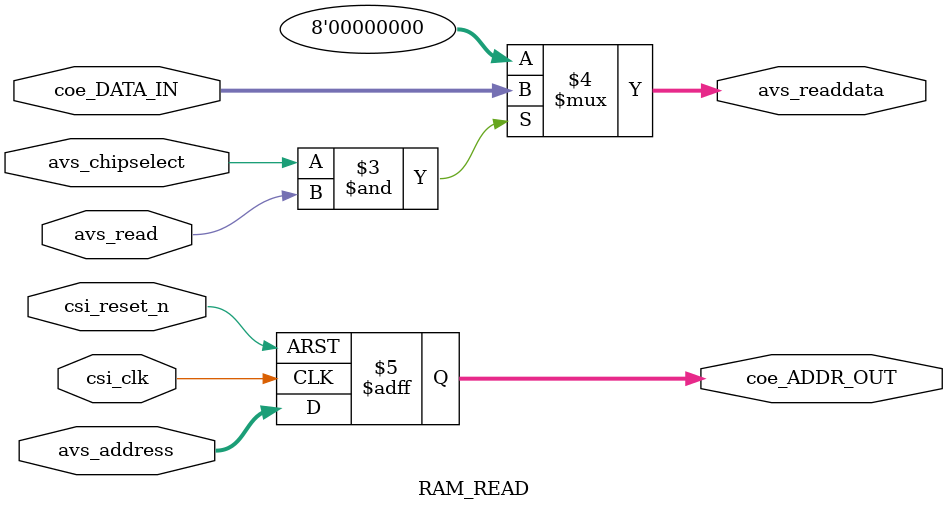
<source format=v>
module RAM_READ(
             // clk inputs:
				  csi_clk,
				  csi_reset_n,
				 // Avalon-MM Slave  
              avs_chipselect,
              avs_address,
				  avs_read, 
              avs_readdata,
     
				  coe_DATA_IN,
				  coe_ADDR_OUT
           )
;
  
  output  [7:0] avs_readdata;
  input            csi_clk;
  input            csi_reset_n;
  input            avs_chipselect;
  input         	 avs_read;
  input   [8:0] avs_address;
  output	 reg [8:0] coe_ADDR_OUT; 
  input   [7:0] coe_DATA_IN;

  always @(posedge csi_clk,negedge csi_reset_n)
  if(!csi_reset_n)coe_ADDR_OUT<=9'b0;
  else coe_ADDR_OUT<=avs_address;
  
  

  
assign avs_readdata = (avs_chipselect & avs_read) ? coe_DATA_IN : 8'b0;    

endmodule


</source>
